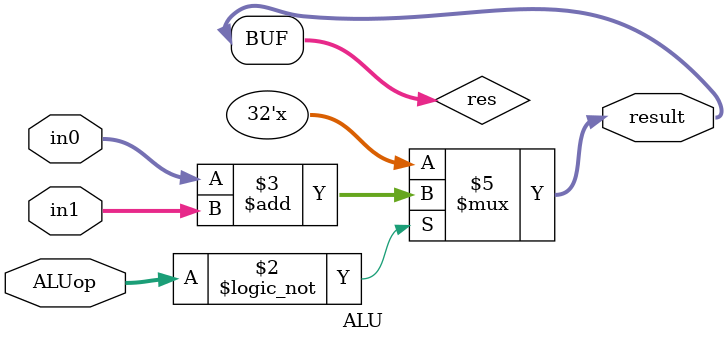
<source format=v>
`timescale 1ns / 1ps


module ALU
 #(parameter WIDTH=32)
   (
    input [WIDTH-1:0] in0,
    input [WIDTH-1:0] in1,
    input [2:0] ALUop,
    //output zero,
    output [WIDTH-1:0] result
    );
  
  reg [31:0] res;
  always@(*) begin
    if(ALUop==3'b000) begin
      res=in0+in1;
    end
  end
  
//  assign zero=(in0==in1)?  1:0 ;
  assign result=res;

endmodule

</source>
